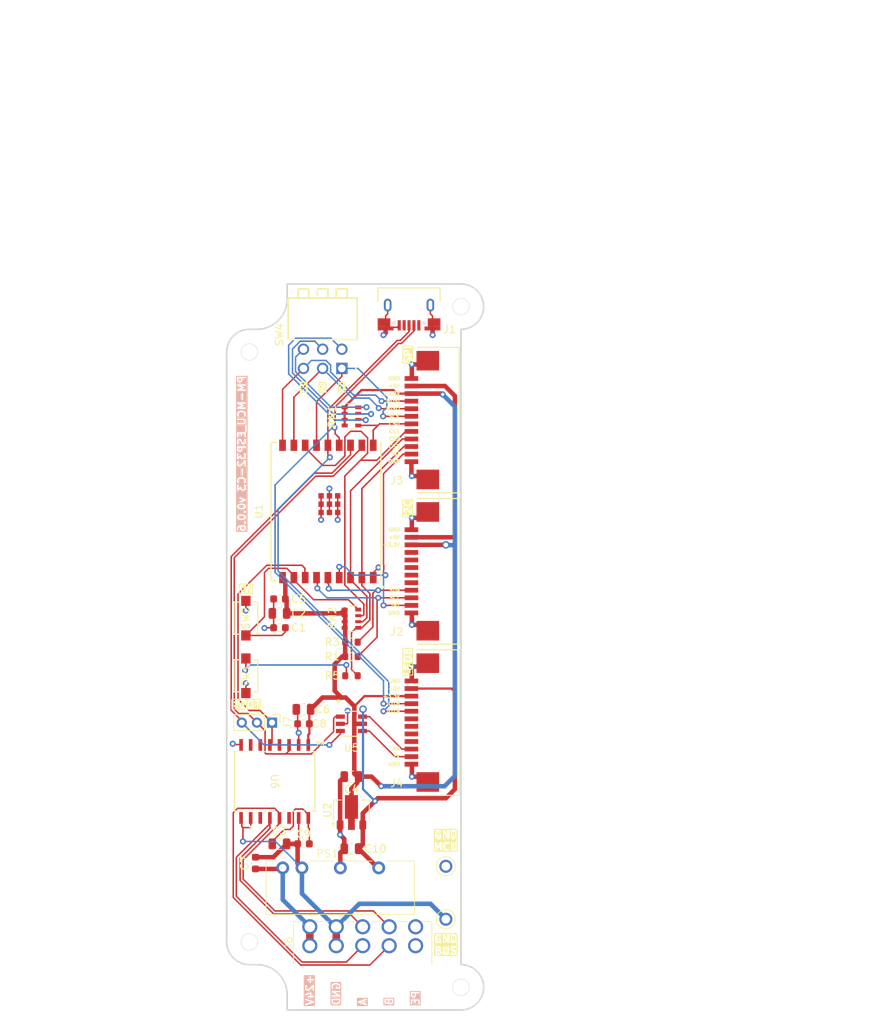
<source format=kicad_pcb>
(kicad_pcb (version 20241229) (generator "pcbnew") (generator_version "9.0")
  (title_block (title "${article} v${version}"))
  (layers (0 "F.Cu" signal) (2 "B.Cu" signal) (13 "F.Paste" user) (15 "B.Paste" user) (5 "F.SilkS" user "F.Silkscreen") (7 "B.SilkS" user "B.Silkscreen") (1 "F.Mask" user) (3 "B.Mask" user) (25 "Edge.Cuts" user))
  (property "article" "PM-MCU_ESP32-C3")
  (property "version" "0.0.6")
  (net 0 "")
  (net 1 "/EN")
  (net 3 "/SCL")
  (net 4 "/SDA")
  (net 5 "/USB_D+")
  (net 6 "/USB_D-")
  (net 7 "GND_MCU")
  (net 8 "+3.3V_MCU")
  (net 9 "/SCK")
  (net 10 "/CS0")
  (net 11 "/MOSI")
  (net 12 "/MISO")
  (net 13 "/CS1")
  (net 16 "/UART_RX")
  (net 17 "/UART_TX")
  (net 18 "/B")
  (net 19 "/A")
  (net 20 "/INT")
  (net 21 "/CS2")
  (net 22 "/CS3")
  (net 23 "GND_BUS")
  (net 25 "/UART_RTS")
  (net 30 "+3.3V_BUS")
  (net 31 "+24V_BUS")
  (net 32 "PE")
  (net 33 "Net-(RN1A-R1.2)")
  (net 34 "Net-(R5-Pad1)")
  (net 36 "+5V_MCU")
  (net 38 "Net-(J4-Pin_3)")
  (net 39 "Net-(J4-Pin_2)")
  (net 44 "Net-(RN1C-R3.2)")
  (net 45 "Net-(RN1B-R2.2)")
  (footprint "kicad_inventree_lib:CONN10_AFA07-S12_JUS" (layer "F.Cu") (at 74 70 90)
    (property "Reference" "J3")
    (property "Value" "AFA07-S12FCC-00")
  )
  (footprint "kicad_inventree_lib:CONN10_AFA07-S12_JUS" (layer "F.Cu") (at 74 90 90)
    (property "Reference" "J2")
    (property "Value" "AFA07-S12FCC-00")
  )
  (footprint "kicad_inventree_lib:SW_TS-1088_XNP-M" (layer "F.Cu") (at 48.54 96.19 -90)
    (property "Reference" "SW2")
    (property "Value" "Button")
  )
  (footprint "kicad_inventree_lib:ESP32-C3-WROOM-02U_EXP" (layer "F.Cu") (at 59.14 82.08 90)
    (property "Reference" "U1")
    (property "Value" "ESP32-C3-WROOM-02U-N4")
  )
  (footprint "Capacitor_SMD:C_0603_1608Metric" (layer "F.Cu") (at 56.16 110.16 180)
    (property "Reference" "C8")
    (property "Value" "100nF")
  )
  (footprint "Capacitor_SMD:C_0603_1608Metric" (layer "F.Cu") (at 52.985 97.46 180)
    (property "Reference" "C1")
    (property "Value" "1uF")
  )
  (footprint "kicad_inventree_lib:DA03BLP" (layer "F.Cu") (at 61.24 63.17 180)
    (property "Reference" "SW4")
    (property "Value" "DIP 3 pos" (hide yes))
  )
  (footprint "Package_TO_SOT_SMD:SOT-89-3" (layer "F.Cu") (at 62.51 121.59 90)
    (property "Reference" "U2")
    (property "Value" "CJA1117B-3.3")
  )
  (footprint "kicad_inventree_lib:CONN5_H83-S1S_XKB" (layer "F.Cu") (at 71.43 57.6518 180)
    (property "Reference" "J1")
    (property "Value" "U254-051T-4BH83-S1S")
    (fp_circle (center 3.299972 0.504008) (end 3.469972 0.504008) (stroke (width 0.1)) (fill no) (layer "Edge.Cuts"))
    (fp_circle (center -0.700028 0.504008) (end -0.530028 0.504008) (stroke (width 0.1)) (fill no) (layer "Edge.Cuts"))
  )
  (footprint "Capacitor_SMD:C_0603_1608Metric" (layer "F.Cu") (at 52.985 93.65 180)
    (property "Reference" "C5")
    (property "Value" "1uF")
  )
  (footprint "Resistor_SMD:R_Array_Convex_4x0603" (layer "F.Cu") (at 62.51 96.26)
    (property "Reference" "RN2")
    (property "Value" "10k")
  )
  (footprint "Capacitor_SMD:C_0805_2012Metric" (layer "F.Cu") (at 62.51 126.67 180)
    (property "Reference" "C10")
    (property "Value" "10uF")
  )
  (footprint "kicad_inventree_lib:SOIC16-WBW_CLG" (layer "F.Cu") (at 52.35 117.78 -90)
    (property "Reference" "U6")
    (property "Value" "CA-IS3098W")
  )
  (footprint "kicad_inventree_lib:CONN10_AFA07-S12_JUS" (layer "F.Cu") (at 74 110 90)
    (property "Reference" "J4")
    (property "Value" "AFA07-S12FCC-00")
  )
  (footprint "kicad_inventree_lib:MountingHole_M2" (layer "F.Cu") (at 49 139)
    (property "Reference" "H2" (hide yes))
    (property "Value" "MountingHole_M2")
    (fp_circle (center 0 0) (end 1.1 0) (stroke (width 0.05)) (fill no) (layer "Edge.Cuts"))
  )
  (footprint "kicad_inventree_lib:15EDGRHC-THR-3.5-10P" (layer "F.Cu") (at 64 137)
    (property "Reference" "J6")
    (property "Value" "15EDGRHC-THR-3.5-10P")
  )
  (footprint "Resistor_SMD:R_0603_1608Metric" (layer "F.Cu") (at 62.51 99.365)
    (property "Reference" "R3")
    (property "Value" "3k3")
  )
  (footprint "Capacitor_SMD:C_0805_2012Metric" (layer "F.Cu") (at 52.985 126.035)
    (property "Reference" "C3")
    (property "Value" "10uF")
  )
  (footprint "kicad_inventree_lib:DBV6-M" (layer "F.Cu") (at 62.51 110.16)
    (property "Reference" "U5")
    (property "Value" "SN74LVC2G14DBVR")
  )
  (footprint "Capacitor_SMD:C_0603_1608Metric" (layer "F.Cu") (at 56.16 126.035 180)
    (property "Reference" "C9")
    (property "Value" "100nF")
  )
  (footprint "Capacitor_SMD:C_0805_2012Metric" (layer "F.Cu") (at 56.16 108.255 180)
    (property "Reference" "C6")
    (property "Value" "10uF")
  )
  (footprint "kicad_inventree_lib:MountingHole_M2" (layer "F.Cu") (at 77 145)
    (property "Reference" "H4" (hide yes))
    (property "Value" "MountingHole_M2")
    (fp_circle (center 0 0) (end 1.1 0) (stroke (width 0.05)) (fill no) (layer "Edge.Cuts"))
  )
  (footprint "kicad_inventree_lib:5117" (layer "F.Cu") (at 75 136)
    (property "Reference" "U4" (hide yes))
    (property "Value" "5117" (hide yes))
  )
  (footprint "Resistor_SMD:R_0603_1608Metric" (layer "F.Cu") (at 62.51 101.27)
    (property "Reference" "R1")
    (property "Value" "3k3")
  )
  (footprint "Capacitor_SMD:C_0805_2012Metric" (layer "F.Cu") (at 62.51 117.145 180)
    (property "Reference" "C4")
    (property "Value" "22uF")
  )
  (footprint "Capacitor_SMD:C_0805_2012Metric" (layer "F.Cu") (at 52.985 95.555 180)
    (property "Reference" "C2")
    (property "Value" "10uF")
  )
  (footprint "kicad_inventree_lib:SW_TS-1088_XNP-M" (layer "F.Cu") (at 48.54 103.81 90)
    (property "Reference" "SW1")
    (property "Value" "Button")
  )
  (footprint "kicad_inventree_lib:B2405LS-1WR3" (layer "F.Cu") (at 61.0368 129.21)
    (property "Reference" "PS1")
    (property "Value" "24V/5V")
  )
  (footprint "Resistor_SMD:R_0603_1608Metric" (layer "F.Cu") (at 62.51 103.81)
    (property "Reference" "R5")
    (property "Value" "330R")
  )
  (footprint "kicad_inventree_lib:MountingHole_M2" (layer "F.Cu") (at 77 55)
    (property "Reference" "H3" (hide yes))
    (property "Value" "MountingHole_M2")
    (fp_circle (center 0 0) (end 1.1 0) (stroke (width 0.05)) (fill no) (layer "Edge.Cuts"))
  )
  (footprint "Resistor_SMD:R_Array_Convex_4x0603" (layer "F.Cu") (at 62.51 69.52)
    (property "Reference" "RN1")
    (property "Value" "10k")
  )
  (footprint "Connector_PinHeader_2.00mm:PinHeader_1x03_P2.00mm_Vertical" (layer "F.Cu") (at 52 110 -90)
    (property "Reference" "J7")
    (property "Value" "PinHeader_01x03_P2.00_THT_straight")
  )
  (footprint "kicad_inventree_lib:MountingHole_M2" (layer "F.Cu") (at 49 61)
    (property "Reference" "H1" (hide yes))
    (property "Value" "MountingHole_M2")
    (fp_circle (center 0 0) (end 1.1 0) (stroke (width 0.05)) (fill no) (layer "Edge.Cuts"))
  )
  (footprint "Capacitor_SMD:C_0603_1608Metric" (layer "F.Cu") (at 49.81 128.575 90)
    (property "Reference" "C7")
    (property "Value" "1uF")
  )
  (footprint "kicad_inventree_lib:5117" (layer "F.Cu") (at 75 129)
    (property "Reference" "U3" (hide yes))
    (property "Value" "5117" (hide yes))
  )
  (gr_arc (start 49 142) (mid 46.87868 141.12132) (end 46 139) (stroke (width 0.2)) (layer "Edge.Cuts"))
  (gr_arc (start 54 54) (mid 52.828427 56.828427) (end 50 58) (stroke (width 0.2)) (layer "Edge.Cuts"))
  (gr_line (start 54 148) (end 54 146) (stroke (width 0.2)) (layer "Edge.Cuts"))
  (gr_line (start 50 58) (end 49 58) (stroke (width 0.2)) (layer "Edge.Cuts"))
  (gr_line (start 50 142) (end 49 142) (stroke (width 0.2)) (layer "Edge.Cuts"))
  (gr_arc (start 46 61) (mid 46.87868 58.87868) (end 49 58) (stroke (width 0.2)) (layer "Edge.Cuts"))
  (gr_arc (start 50 142) (mid 52.828427 143.171573) (end 54 146) (stroke (width 0.2)) (layer "Edge.Cuts"))
  (gr_line (start 54 52) (end 54 54) (stroke (width 0.2)) (layer "Edge.Cuts"))
  (gr_line (start 77 142) (end 77 58) (stroke (width 0.2)) (layer "Edge.Cuts"))
  (gr_arc (start 77 142) (mid 80 145) (end 77 148) (stroke (width 0.2)) (layer "Edge.Cuts"))
  (gr_line (start 46 61) (end 46 139) (stroke (width 0.2)) (layer "Edge.Cuts"))
  (gr_line (start 77 52) (end 54 52) (stroke (width 0.2)) (layer "Edge.Cuts"))
  (gr_line (start 77 148) (end 54 148) (stroke (width 0.2)) (layer "Edge.Cuts"))
  (gr_arc (start 77 52) (mid 80 55) (end 77 58) (stroke (width 0.2)) (layer "Edge.Cuts"))
  (gr_text "CS3" (at 69 73.5 0) (layer "F.SilkS") (effects (font (size 0.5 0.5) (thickness 0.125) (bold yes)) (justify right)))
  (gr_text "SCK" (at 69 69.5 0) (layer "F.SilkS") (effects (font (size 0.5 0.5) (thickness 0.125) (bold yes)) (justify right)))
  (gr_text "INT" (at 69 94.5 0) (layer "F.SilkS") (effects (font (size 0.5 0.5) (thickness 0.125) (bold yes)) (justify right)))
  (gr_text "GND" (at 69 104.5 0) (layer "F.SilkS") (effects (font (size 0.5 0.5) (thickness 0.125) (bold yes)) (justify right)))
  (gr_text "IO19" (at 69 108.5 0) (layer "F.SilkS") (effects (font (size 0.5 0.5) (thickness 0.125) (bold yes)) (justify right)))
  (gr_text "+3.3V" (at 69 106.5 0) (layer "F.SilkS") (effects (font (size 0.5 0.5) (thickness 0.125) (bold yes)) (justify right)))
  (gr_text "LED8" (at 70 100 90) (layer "F.SilkS" knockout) (effects (font (size 1 1) (thickness 0.2) (bold yes)) (justify right)))
  (gr_text "EN" (at 48.54 92.38 0) (layer "F.SilkS" knockout) (effects (font (size 1 1) (thickness 0.2) (bold yes))))
  (gr_text "TX" (at 69 114.5 0) (layer "F.SilkS") (effects (font (size 0.5 0.5) (thickness 0.125) (bold yes)) (justify right)))
  (gr_text "I2C" (at 70 80.376699 90) (layer "F.SilkS" knockout) (effects (font (size 1 1) (thickness 0.2) (bold yes)) (justify right)))
  (gr_text "BOOT" (at 48.54 107.62 0) (layer "F.SilkS" knockout) (effects (font (size 1 1) (thickness 0.2) (bold yes))))
  (gr_text "GND" (at 69 64.5 0) (layer "F.SilkS") (effects (font (size 0.5 0.5) (thickness 0.125) (bold yes)) (justify right)))
  (gr_text "+3.3V" (at 69 86.5 0) (layer "F.SilkS") (effects (font (size 0.5 0.5) (thickness 0.125) (bold yes)) (justify right)))
  (gr_text "CS2" (at 69 72.5 0) (layer "F.SilkS") (effects (font (size 0.5 0.5) (thickness 0.125) (bold yes)) (justify right)))
  (gr_text "GND" (at 69 84.5 0) (layer "F.SilkS") (effects (font (size 0.5 0.5) (thickness 0.125) (bold yes)) (justify right)))
  (gr_text "GND\nMCU" (at 75 127 0) (layer "F.SilkS" knockout) (effects (font (size 1 1) (thickness 0.2)) (justify bottom)))
  (gr_text "4" (at 56.16 65.71 0) (layer "F.SilkS" knockout) (effects (font (size 1 1) (thickness 0.2) (bold yes))))
  (gr_text "GND" (at 69 95.5 0) (layer "F.SilkS") (effects (font (size 0.5 0.5) (thickness 0.125) (bold yes)) (justify right)))
  (gr_text "SDA" (at 69 92.5 0) (layer "F.SilkS") (effects (font (size 0.5 0.5) (thickness 0.125) (bold yes)) (justify right)))
  (gr_text "+5V" (at 69 85.5 0) (layer "F.SilkS") (effects (font (size 0.5 0.5) (thickness 0.125) (bold yes)) (justify right)))
  (gr_text "+3.3V" (at 69 66.5 0) (layer "F.SilkS") (effects (font (size 0.5 0.5) (thickness 0.125) (bold yes)) (justify right)))
  (gr_text "2" (at 58.7 65.71 0) (layer "F.SilkS" knockout) (effects (font (size 1 1) (thickness 0.2) (bold yes))))
  (gr_text "SPI" (at 70 60 90) (layer "F.SilkS" knockout) (effects (font (size 1 1) (thickness 0.2) (bold yes)) (justify right)))
  (gr_text "MISO" (at 69 68.5 0) (layer "F.SilkS") (effects (font (size 0.5 0.5) (thickness 0.125) (bold yes)) (justify right)))
  (gr_text "GND\nBUS" (at 75 138 0) (layer "F.SilkS" knockout) (effects (font (size 1 1) (thickness 0.2)) (justify top)))
  (gr_text "MOSI" (at 69 67.5 0) (layer "F.SilkS") (effects (font (size 0.5 0.5) (thickness 0.125) (bold yes)) (justify right)))
  (gr_text "IO18" (at 69 107.5 0) (layer "F.SilkS") (effects (font (size 0.5 0.5) (thickness 0.125) (bold yes)) (justify right)))
  (gr_text "SCL" (at 69 93.5 0) (layer "F.SilkS") (effects (font (size 0.5 0.5) (thickness 0.125) (bold yes)) (justify right)))
  (gr_text "INT" (at 69 74.5 0) (layer "F.SilkS") (effects (font (size 0.5 0.5) (thickness 0.125) (bold yes)) (justify right)))
  (gr_text "+5V" (at 69 105.5 0) (layer "F.SilkS") (effects (font (size 0.5 0.5) (thickness 0.125) (bold yes)) (justify right)))
  (gr_text "CS0" (at 69 70.5 0) (layer "F.SilkS") (effects (font (size 0.5 0.5) (thickness 0.125) (bold yes)) (justify right)))
  (gr_text "GND" (at 69 115.5 0) (layer "F.SilkS") (effects (font (size 0.5 0.5) (thickness 0.125) (bold yes)) (justify right)))
  (gr_text "CS1" (at 69 71.5 0) (layer "F.SilkS") (effects (font (size 0.5 0.5) (thickness 0.125) (bold yes)) (justify right)))
  (gr_text "+5V" (at 69 65.5 0) (layer "F.SilkS") (effects (font (size 0.5 0.5) (thickness 0.125) (bold yes)) (justify right)))
  (gr_text "GND" (at 69 75.5 0) (layer "F.SilkS") (effects (font (size 0.5 0.5) (thickness 0.125) (bold yes)) (justify right)))
  (gr_text "RX" (at 69 113.5 0) (layer "F.SilkS") (effects (font (size 0.5 0.5) (thickness 0.125) (bold yes)) (justify right)))
  (gr_text "1" (at 61.24 65.71 0) (layer "F.SilkS" knockout) (effects (font (size 1 1) (thickness 0.2) (bold yes))))
  (gr_text "B" (at 67.5 147.5 90) (layer "B.SilkS" knockout) (effects (font (size 1 1) (thickness 0.2) (bold yes)) (justify right mirror)))
  (gr_text "PE" (at 71 147.5 90) (layer "B.SilkS" knockout) (effects (font (size 1 1) (thickness 0.2) (bold yes)) (justify right mirror)))
  (gr_text "${article} v${version}" (at 48 64 90) (layer "B.SilkS" knockout) (effects (font (size 1 1) (thickness 0.2) (bold yes)) (justify left mirror)))
  (gr_text "GND" (at 60.5 147.5 90) (layer "B.SilkS" knockout) (effects (font (size 1 1) (thickness 0.2) (bold yes)) (justify right mirror)))
  (gr_text "+24V" (at 57 147.5 90) (layer "B.SilkS" knockout) (effects (font (size 1 1) (thickness 0.2) (bold yes)) (justify right mirror)))
  (gr_text "A" (at 64 147.5 90) (layer "B.SilkS" knockout) (effects (font (size 1 1) (thickness 0.2) (bold yes)) (justify right mirror)))
  (segment (start 53.76 98.0119) (end 53.2959 98.476) (width 0.2) (layer "F.Cu") (net 1))
  (segment (start 56.25 92.5) (end 56.25 92.494799) (width 0.2) (layer "F.Cu") (net 1))
  (segment (start 53.953802 89.6) (end 54.890001 90.536199) (width 0.2) (layer "F.Cu") (net 1))
  (segment (start 48.54 98.476) (end 51 96.016) (width 0.2) (layer "F.Cu") (net 1))
  (segment (start 63.41 95.06) (end 62.1 93.75) (width 0.2) (layer "F.Cu") (net 1))
  (segment (start 51.55 89.6) (end 53.953802 89.6) (width 0.2) (layer "F.Cu") (net 1))
  (segment (start 54.890001 90.536199) (end 54.890001 90.83) (width 0.2) (layer "F.Cu") (net 1))
  (segment (start 54.890001 91.1348) (end 54.890001 90.83) (width 0.2) (layer "F.Cu") (net 1))
  (segment (start 53.76 97.46) (end 53.76 98.0119) (width 0.2) (layer "F.Cu") (net 1))
  (segment (start 62.1 93.75) (end 57.5 93.75) (width 0.2) (layer "F.Cu") (net 1))
  (segment (start 51 96.016) (end 51 90.15) (width 0.2) (layer "F.Cu") (net 1))
  (segment (start 56.25 92.494799) (end 54.890001 91.1348) (width 0.2) (layer "F.Cu") (net 1))
  (segment (start 57.5 93.75) (end 56.25 92.5) (width 0.2) (layer "F.Cu") (net 1))
  (segment (start 51 90.15) (end 51.55 89.6) (width 0.2) (layer "F.Cu") (net 1))
  (segment (start 53.2959 98.476) (end 48.54 98.476) (width 0.2) (layer "F.Cu") (net 1))
  (segment (start 71.2632 93.5) (end 70.444 93.5) (width 0.2) (layer "F.Cu") (net 3))
  (segment (start 65.9 93.6) (end 65.9 98.705) (width 0.2) (layer "F.Cu") (net 3))
  (segment (start 68.240604 93.499996) (end 70.444 93.499996) (width 0.2) (layer "F.Cu") (net 3))
  (segment (start 68.2406 93.5) (end 68.240604 93.499996) (width 0.2) (layer "F.Cu") (net 3))
  (segment (start 66 93.5) (end 65.9 93.6) (width 0.2) (layer "F.Cu") (net 3))
  (segment (start 66.05 93.5) (end 68.2406 93.5) (width 0.2) (layer "F.Cu") (net 3))
  (segment (start 58 92.25) (end 58 90.94) (width 0.2) (layer "F.Cu") (net 3))
  (segment (start 66.05 93.5) (end 66 93.5) (width 0.2) (layer "F.Cu") (net 3))
  (segment (start 58 90.94) (end 57.89 90.83) (width 0.2) (layer "F.Cu") (net 3))
  (segment (start 65.9 98.705) (end 63.335 101.27) (width 0.2) (layer "F.Cu") (net 3))
  (via (at 58 92.25) (size 0.8) (drill 0.4) (layers "F.Cu" "B.Cu") (net 3))
  (via (at 66.05 93.5) (size 0.8) (drill 0.4) (layers "F.Cu" "B.Cu") (net 3))
  (segment (start 59.25 93.5) (end 58 92.25) (width 0.2) (layer "B.Cu") (net 3))
  (segment (start 66.05 93.5) (end 59.25 93.5) (width 0.2) (layer "B.Cu") (net 3))
  (segment (start 66.05 92.499998) (end 70.444 92.499998) (width 0.2) (layer "F.Cu") (net 4))
  (segment (start 65.349 92.901) (end 65.349 97.351) (width 0.2) (layer "F.Cu") (net 4))
  (segment (start 59.39 91.59) (end 59.39 90.83) (width 0.2) (layer "F.Cu") (net 4))
  (segment (start 59.5 91.7) (end 59.39 91.59) (width 0.2) (layer "F.Cu") (net 4))
  (segment (start 65.349 97.351) (end 63.335 99.365) (width 0.2) (layer "F.Cu") (net 4))
  (segment (start 65.750002 92.499998) (end 65.349 92.901) (width 0.2) (layer "F.Cu") (net 4))
  (segment (start 59.5 92.291) (end 59.5 91.7) (width 0.2) (layer "F.Cu") (net 4))
  (segment (start 66.05 92.499998) (end 65.750002 92.499998) (width 0.2) (layer "F.Cu") (net 4))
  (via (at 59.5 92.291) (size 0.8) (drill 0.4) (layers "F.Cu" "B.Cu") (net 4))
  (via (at 66.05 92.499998) (size 0.8) (drill 0.4) (layers "F.Cu" "B.Cu") (net 4))
  (segment (start 59.708998 92.499998) (end 59.5 92.291) (width 0.2) (layer "B.Cu") (net 4))
  (segment (start 66.05 92.499998) (end 59.708998 92.499998) (width 0.2) (layer "B.Cu") (net 4))
  (segment (start 68.96315 59.468) (end 68.567314 59.468) (width 0.2) (layer "F.Cu") (net 5))
  (segment (start 70.130028 57.472908) (end 70.130028 58.301122) (width 0.2) (layer "F.Cu") (net 5))
  (segment (start 68.567314 59.468) (end 59.39 68.645314) (width 0.2) (layer "F.Cu") (net 5))
  (segment (start 59.39 68.645314) (end 59.39 73.33) (width 0.2) (layer "F.Cu") (net 5))
  (segment (start 66.75 108.500005) (end 70.443995 108.500005) (width 0.2) (layer "F.Cu") (net 5))
  (segment (start 70.130028 58.301122) (end 68.96315 59.468) (width 0.2) (layer "F.Cu") (net 5))
  (segment (start 59.39 74.6646) (end 59.6517 74.9263) (width 0.2) (layer "F.Cu") (net 5))
  (segment (start 59.39 73.33) (end 59.39 74.6646) (width 0.2) (layer "F.Cu") (net 5))
  (segment (start 70.443995 108.500005) (end 70.444 108.5) (width 0.2) (layer "F.Cu") (net 5))
  (via (at 66.75 108.500005) (size 0.8) (drill 0.4) (layers "F.Cu" "B.Cu") (net 5))
  (via (at 59.6517 74.9263) (size 0.8) (drill 0.4) (layers "F.Cu" "B.Cu") (net 5))
  (segment (start 52.8031 89.953811) (end 52.8031 81.7749) (width 0.2) (layer "B.Cu") (net 5))
  (segment (start 67.45 104.600711) (end 52.8031 89.953811) (width 0.2) (layer "B.Cu") (net 5))
  (segment (start 52.8031 81.7749) (end 59.6517 74.9263) (width 0.2) (layer "B.Cu") (net 5))
  (segment (start 67.45 107.789952) (end 67.45 104.600711) (width 0.2) (layer "B.Cu") (net 5))
  (segment (start 66.75 108.500005) (end 66.75 108.489952) (width 0.2) (layer "B.Cu") (net 5))
  (segment (start 66.75 108.489952) (end 67.45 107.789952) (width 0.2) (layer "B.Cu") (net 5))
  (segment (start 60.351 71.806) (end 60.89 72.345) (width 0.2) (layer "F.Cu") (net 6))
  (segment (start 70.780014 58.216822) (end 69.128836 59.868) (width 0.2) (layer "F.Cu") (net 6))
  (segment (start 69.128836 59.868) (end 68.733 59.868) (width 0.2) (layer "F.Cu") (net 6))
  (segment (start 68.733 59.868) (end 60.351 68.25) (width 0.2) (layer "F.Cu") (net 6))
  (segment (start 66.75 107.500002) (end 70.444 107.500002) (width 0.2) (layer "F.Cu") (net 6))
  (segment (start 70.780014 57.472908) (end 70.780014 58.216822) (width 0.2) (layer "F.Cu") (net 6))
  (segment (start 60.351 68.25) (end 60.351 71.806) (width 0.2) (layer "F.Cu") (net 6))
  (segment (start 60.272725 71.059125) (end 60.351 71.1374) (width 0.2) (layer "F.Cu") (net 6))
  (segment (start 60.272725 70.995275) (end 60.272725 71.059125) (width 0.2) (layer "F.Cu") (net 6))
  (segment (start 60.89 72.345) (end 60.89 73.33) (width 0.2) (layer "F.Cu") (net 6))
  (via (at 60.272725 70.995275) (size 0.8) (drill 0.4) (layers "F.Cu" "B.Cu") (net 6))
  (via (at 66.75 107.500002) (size 0.8) (drill 0.4) (layers "F.Cu" "B.Cu") (net 6))
  (segment (start 59.987925 70.995275) (end 60.272725 70.995275) (width 0.2) (layer "B.Cu") (net 6))
  (segment (start 66.75 104.466397) (end 52.507098 90.223495) (width 0.2) (layer "B.Cu") (net 6))
  (segment (start 52.4031 78.5801) (end 59.987925 70.995275) (width 0.2) (layer "B.Cu") (net 6))
  (segment (start 66.75 107.500002) (end 66.75 104.466397) (width 0.2) (layer "B.Cu") (net 6))
  (segment (start 52.507098 90.223495) (end 52.4031 90.1195) (width 0.2) (layer "B.Cu") (net 6))
  (segment (start 52.4031 90.1195) (end 52.4031 78.5801) (width 0.2) (layer "B.Cu") (net 6))
  (segment (start 59.59 81.12) (end 59.59 80.02) (width 0.2) (layer "F.Cu") (net 7))
  (segment (start 61.01 124.83) (end 61.01 123.54) (width 0.6) (layer "F.Cu") (net 7))
  (segment (start 70.5003 95.556292) (end 70.444 95.499992) (width 0.6) (layer "F.Cu") (net 7))
  (segment (start 71.836698 97.0727) (end 72.614001 97.850003) (width 0.6) (layer "F.Cu") (net 7))
  (segment (start 70.444 75.499992) (end 70.444 77.3422) (width 0.6) (layer "F.Cu") (net 7))
  (segment (start 52.21 97.46) (end 51.04 97.46) (width 0.2) (layer "F.Cu") (net 7))
  (segment (start 46.9032 112.9032) (end 47.905 112.9032) (width 0.2) (layer "F.Cu") (net 7))
  (segment (start 55.385 109.525) (end 55.385 107.62) (width 0.2) (layer "F.Cu") (net 7))
  (segment (start 70.5119 117.152) (end 70.5119 115.567892) (width 0.6) (layer "F.Cu") (net 7))
  (segment (start 61.01 117.695) (end 61.01 123.54) (width 0.6) (layer "F.Cu") (net 7))
  (segment (start 61.56 128.6868) (end 61.0368 129.21) (width 0.2) (layer "F.Cu") (net 7))
  (segment (start 61.0368 127.1932) (end 61.56 126.67) (width 0.6) (layer "F.Cu") (net 7))
  (segment (start 72.159098 77.3951) (end 72.614001 77.850003) (width 0.6) (layer "F.Cu") (net 7))
  (segment (start 60.69 83.1897) (end 60.69 82.22) (width 0.2) (layer "F.Cu") (net 7))
  (segment (start 67.305 55.9495) (end 67.03 56.2245) (width 0.2) (layer "F.Cu") (net 7))
  (segment (start 58.49 83.1898) (end 58.49 82.22) (width 0.2) (layer "F.Cu") (net 7))
  (segment (start 48.54 95.1876) (end 48.54 93.904) (width 0.2) (layer "F.Cu") (net 7))
  (segment (start 51.04 97.46) (end 51 97.5) (width 0.2) (layer "F.Cu") (net 7))
  (segment (start 67.463364 57.733158) (end 66.815481 57.085275) (width 0.2) (layer "F.Cu") (net 7))
  (segment (start 73.25 58.75) (end 73.25 57.279846) (width 0.6) (layer "F.Cu") (net 7))
  (segment (start 52.21 95.555) (end 52.21 93.65) (width 0.2) (layer "F.Cu") (net 7))
  (segment (start 61.0432 110.16) (end 61.9355 110.16) (width 0.2) (layer "F.Cu") (net 7))
  (segment (start 58.49 82.22) (end 58.49 81.12) (width 0.2) (layer "F.Cu") (net 7))
  (segment (start 61.735 117.285) (end 61.735 117.145) (width 0.2) (layer "F.Cu") (net 7))
  (segment (start 46.8 112.8) (end 46.9032 112.9032) (width 0.2) (layer "F.Cu") (net 7))
  (segment (start 70.4969 62.6418) (end 70.4969 64.447108) (width 0.6) (layer "F.Cu") (net 7))
  (segment (start 60.69 81.12) (end 60.69 80.02) (width 0.2) (layer "F.Cu") (net 7))
  (segment (start 70.5119 115.567892) (end 70.444 115.499992) (width 0.6) (layer "F.Cu") (net 7))
  (segment (start 70.444 102.6579) (end 70.4969 102.605) (width 0.2) (layer "F.Cu") (net 7))
  (segment (start 70.444 77.3422) (end 70.4969 77.3951) (width 0.6) (layer "F.Cu") (net 7))
  (segment (start 72.122198 62.6418) (end 72.614001 62.149997) (width 0.6) (layer "F.Cu") (net 7))
  (segment (start 70.4969 102.605) (end 72.158998 102.605) (width 0.6) (layer "F.Cu") (net 7))
  (segment (start 70.4969 77.3951) (end 72.159098 77.3951) (width 0.6) (layer "F.Cu") (net 7))
  (segment (start 55.525 112.903) (end 55.525 112.9032) (width 0.2) (layer "F.Cu") (net 7))
  (segment (start 70.5003 82.9257) (end 71.838298 82.9257) (width 0.6) (layer "F.Cu") (net 7))
  (segment (start 70.444 62.6947) (end 70.4969 62.6418) (width 0.2) (layer "F.Cu") (net 7))
  (segment (start 70.4969 104.447108) (end 70.444 104.500008) (width 0.6) (layer "F.Cu") (net 7))
  (segment (start 61.56 117.145) (end 61.01 117.695) (width 0.6) (layer "F.Cu") (net 7))
  (segment (start 61.9355 110.16) (end 61.996 110.1) (width 0.2) (layer "F.Cu") (net 7))
  (segment (start 48.54 104.812) (end 48.54 106.096) (width 0.2) (layer "F.Cu") (net 7))
  (segment (start 70.5003 82.9257) (end 70.5003 84.443708) (width 0.6) (layer "F.Cu") (net 7))
  (segment (start 66.75 58.7579) (end 67.030031 58.477869) (width 0.6) (layer "F.Cu") (net 7))
  (segment (start 61.0368 129.21) (end 61.0368 127.1932) (width 0.6) (layer "F.Cu") (net 7))
  (segment (start 71.838298 82.9257) (end 72.614001 82.149997) (width 0.6) (layer "F.Cu") (net 7))
  (segment (start 59.59 80.02) (end 59.59 79.0624) (width 0.2) (layer "F.Cu") (net 7))
  (segment (start 67.03 56.2245) (end 67.03 57.3478) (width 0.2) (layer "F.Cu") (net 7))
  (segment (start 68.569806 57.733158) (end 67.463364 57.733158) (width 0.2) (layer "F.Cu") (net 7))
  (segment (start 70.5003 97.0727) (end 71.836698 97.0727) (width 0.6) (layer "F.Cu") (net 7))
  (segment (start 55.525 111.355) (end 55.525 112.903) (width 0.2) (layer "F.Cu") (net 7))
  (segment (start 70.5003 84.443708) (end 70.444 84.500008) (width 0.6) (layer "F.Cu") (net 7))
  (segment (start 61.56 126.67) (end 61.56 125.38) (width 0.6) (layer "F.Cu") (net 7))
  (segment (start 70.5119 117.152) (end 71.915998 117.152) (width 0.6) (layer "F.Cu") (net 7))
  (segment (start 59.59 82.22) (end 59.59 81.12) (width 0.2) (layer "F.Cu") (net 7))
  (segment (start 68.830056 57.472908) (end 68.569806 57.733158) (width 0.2) (layer "F.Cu") (net 7))
  (segment (start 73.23 56.2245) (end 73.23 57.3478) (width 0.2) (layer "F.Cu") (net 7))
  (segment (start 72.955 54.7978) (end 72.955 55.9495) (width 0.2) (layer "F.Cu") (net 7))
  (segment (start 72.158998 102.605) (end 72.614001 102.149997) (width 0.6) (layer "F.Cu") (net 7))
  (segment (start 72.955 55.9495) (end 73.23 56.2245) (width 0.2) (layer "F.Cu") (net 7))
  (segment (start 73.25 57.279846) (end 73.444579 57.085267) (width 0.6) (layer "F.Cu") (net 7))
  (segment (start 65.39 90.83) (end 65.39 90.1818) (width 0.2) (layer "F.Cu") (net 7))
  (segment (start 52.21 97.46) (end 52.21 95.555) (width 0.2) (layer "F.Cu") (net 7))
  (segment (start 67.030031 58.477869) (end 67.030031 57.885379) (width 0.6) (layer "F.Cu") (net 7))
  (segment (start 55.385 111.215) (end 55.385 109.525) (width 0.2) (layer "F.Cu") (net 7))
  (segment (start 58.49 81.12) (end 58.49 80.02) (width 0.2) (layer "F.Cu") (net 7))
  (segment (start 60.69 82.22) (end 60.69 81.12) (width 0.2) (layer "F.Cu") (net 7))
  (segment (start 70.444 82.982) (end 70.5003 82.9257) (width 0.2) (layer "F.Cu") (net 7))
  (segment (start 70.4969 102.605) (end 70.4969 104.447108) (width 0.6) (layer "F.Cu") (net 7))
  (segment (start 71.915998 117.152) (end 72.614001 117.850003) (width 0.6) (layer "F.Cu") (net 7))
  (segment (start 70.4969 62.6418) (end 72.122198 62.6418) (width 0.6) (layer "F.Cu") (net 7))
  (segment (start 72.068903 77.3951) (end 72.614001 76.850002) (width 0.2) (layer "F.Cu") (net 7))
  (segment (start 61.56 125.38) (end 61.01 124.83) (width 0.6) (layer "F.Cu") (net 7))
  (segment (start 70.5003 97.0727) (end 70.591 97.0727) (width 0.2) (layer "F.Cu") (net 7))
  (segment (start 61.996 110.1) (end 61.996 108.434) (width 0.2) (layer "F.Cu") (net 7))
  (segment (start 65.39 90.1818) (end 66.0883 89.4835) (width 0.2) (layer "F.Cu") (net 7))
  (segment (start 55.525 111.355) (end 55.385 111.215) (width 0.2) (layer "F.Cu") (net 7))
  (segment (start 70.5003 97.0727) (end 70.5003 95.556292) (width 0.6) (layer "F.Cu") (net 7))
  (segment (start 67.305 54.7978) (end 67.305 55.9495) (width 0.2) (layer "F.Cu") (net 7))
  (segment (start 70.4969 64.447108) (end 70.444 64.500008) (width 0.6) (layer "F.Cu") (net 7))
  (via (at 70.4969 62.6418) (size 0.8) (drill 0.4) (layers "F.Cu" "B.Cu") (net 7))
  (via (at 51 97.5) (size 0.8) (drill 0.4) (layers "F.Cu" "B.Cu") (net 7))
  (via (at 59.59 79.0624) (size 0.8) (drill 0.4) (layers "F.Cu" "B.Cu") (net 7))
  (via (at 70.4969 102.605) (size 0.8) (drill 0.4) (layers "F.Cu" "B.Cu") (net 7))
  (via (at 46.8 112.8) (size 0.8) (drill 0.4) (layers "F.Cu" "B.Cu") (net 7))
  (via (at 48.54 104.812) (size 0.8) (drill 0.4) (layers "F.Cu" "B.Cu") (net 7))
  (via (at 70.4969 77.3951) (size 0.8) (drill 0.4) (layers "F.Cu" "B.Cu") (net 7))
  (via (at 70.5003 82.9257) (size 0.8) (drill 0.4) (layers "F.Cu" "B.Cu") (net 7))
  (via (at 60.69 83.1897) (size 0.8) (drill 0.4) (layers "F.Cu" "B.Cu") (net 7))
  (via (at 61.01 124.83) (size 0.8) (drill 0.4) (layers "F.Cu" "B.Cu") (net 7))
  (via (at 48.54 95.1876) (size 0.8) (drill 0.4) (layers "F.Cu" "B.Cu") (net 7))
  (via (at 66.0883 89.4835) (size 0.8) (drill 0.4) (layers "F.Cu" "B.Cu") (net 7))
  (via (at 55.525 111.355) (size 0.8) (drill 0.4) (layers "F.Cu" "B.Cu") (net 7))
  (via (at 66.75 58.7579) (size 0.8) (drill 0.4) (layers "F.Cu" "B.Cu") (net 7))
  (via (at 58.49 83.1898) (size 0.8) (drill 0.4) (layers "F.Cu" "B.Cu") (net 7))
  (via (at 70.5003 97.0727) (size 0.8) (drill 0.4) (layers "F.Cu" "B.Cu") (net 7))
  (via (at 73.25 58.75) (size 0.8) (drill 0.4) (layers "F.Cu" "B.Cu") (net 7))
  (via (at 61.996 108.434) (size 0.8) (drill 0.4) (layers "F.Cu" "B.Cu") (net 7))
  (via (at 70.5119 117.152) (size 0.8) (drill 0.4) (layers "F.Cu" "B.Cu") (net 7))
  (segment (start 53.935 93.825) (end 53.76 93.65) (width 0.6) (layer "F.Cu") (net 8))
  (segment (start 61.685 101.27) (end 61.685 99.365) (width 0.6) (layer "F.Cu") (net 8))
  (segment (start 63.8352 66.0358) (end 61.61 68.261) (width 0.3) (layer "F.Cu") (net 8))
  (segment (start 56.795 111.624) (end 56.935 111.484) (width 0.3) (layer "F.Cu") (net 8))
  (segment (start 60.293 102.262) (end 61.285 101.27) (width 0.6) (layer "F.Cu") (net 8))
  (segment (start 53.935 95.555) (end 53.935 93.825) (width 0.6) (layer "F.Cu") (net 8))
  (segment (start 62.8863 109.989399) (end 62.8863 108.816493) (width 0.6) (layer "F.Cu") (net 8))
  (segment (start 60.293 105.648) (end 60.293 102.262) (width 0.6) (layer "F.Cu") (net 8))
  (segment (start 56.935 109.525) (end 56.935 107.62) (width 0.3) (layer "F.Cu") (net 8))
  (segment (start 70.444 66.500004) (end 74.476004 66.500004) (width 0.6) (layer "F.Cu") (net 8))
  (segment (start 63.056901 110.16) (end 62.8863 110.330601) (width 0.6) (layer "F.Cu") (net 8))
  (segment (start 74.999993 86.5) (end 75 86.500007) (width 0.6) (layer "F.Cu") (net 8))
  (segment (start 74.476004 66.500004) (end 74.575 66.599) (width 0.6) (layer "F.Cu") (net 8))
  (segment (start 63.46 117.145) (end 65.177 117.145) (width 0.6) (layer "F.Cu") (net 8))
  (segment (start 61.61 68.261) (end 61.61 68.32) (width 0.3) (layer "F.Cu") (net 8))
  (segment (start 70.444 66.5) (end 68.5203 66.5) (width 0.3) (layer "F.Cu") (net 8))
  (segment (start 62.8863 108.816493) (end 62.896 108.806793) (width 0.6) (layer "F.Cu") (net 8))
  (segment (start 62.8863 116.7463) (end 63.285 117.145) (width 0.6) (layer "F.Cu") (net 8))
  (segment (start 68.5203 66.5) (end 68.0561 66.0358) (width 0.3) (layer "F.Cu") (net 8))
  (segment (start 62.896 107.845238) (end 61.740762 106.69) (width 0.6) (layer "F.Cu") (net 8))
  (segment (start 63.285 117.145) (end 63.0347 116.895) (width 0.3) (layer "F.Cu") (net 8))
  (segment (start 60.293 105.793492) (end 60.293 105.648) (width 0.6) (layer "F.Cu") (net 8))
  (segment (start 57.11 108.255) (end 58.675 106.69) (width 0.6) (layer "F.Cu") (net 8))
  (segment (start 61.61 99.29) (end 61.685 99.365) (width 0.3) (layer "F.Cu") (net 8))
  (segment (start 61.115 95.555) (end 61.61 95.06) (width 0.6) (layer "F.Cu") (net 8))
  (segment (start 53.76 91.199998) (end 53.390002 90.83) (width 0.6) (layer "F.Cu") (net 8))
  (segment (start 58.675 106.69) (end 61.189508 106.69) (width 0.6) (layer "F.Cu") (net 8))
  (segment (start 65.177 117.145) (end 66.447 118.415) (width 0.6) (layer "F.Cu") (net 8))
  (segment (start 63.97685 110.16) (end 63.056901 110.16) (width 0.6) (layer "F.Cu") (net 8))
  (segment (start 61.61 68.32) (end 61.61 70.72) (width 0.3) (layer "F.Cu") (net 8))
  (segment (start 62.8863 110.330601) (end 62.8863 110.4) (width 0.6) (layer "F.Cu") (net 8))
  (segment (start 62.51 123.4525) (end 62.51 118.725793) (width 0.6) (layer "F.Cu") (net 8))
  (segment (start 68.0561 66.0358) (end 63.8352 66.0358) (width 0.3) (layer "F.Cu") (net 8))
  (segment (start 56.795 112.903) (end 56.795 111.624) (width 0.3) (layer "F.Cu") (net 8))
  (segment (start 61.685 99.365) (end 61.685 95.135) (width 0.6) (layer "F.Cu") (net 8))
  (segment (start 64.241234 106.500004) (end 62.896 107.845238) (width 0.3) (layer "F.Cu") (net 8))
  (segment (start 70.444004 86.5) (end 74.999993 86.5) (width 0.6) (layer "F.Cu") (net 8))
  (segment (start 70.444 106.500004) (end 64.241234 106.500004) (width 0.3) (layer "F.Cu") (net 8))
  (segment (start 70.444 86.500004) (end 70.444004 86.5) (width 0.6) (layer "F.Cu") (net 8))
  (segment (start 62.51 118.725793) (end 63.285 117.950793) (width 0.6) (layer "F.Cu") (net 8))
  (segment (start 56.795 112.903) (end 56.795 112.9032) (width 0.3) (layer "F.Cu") (net 8))
  (segment (start 56.935 111.484) (end 56.935 109.525) (width 0.3) (layer "F.Cu") (net 8))
  (segment (start 62.896 108.806793) (end 62.896 107.845238) (width 0.6) (layer "F.Cu") (net 8))
  (segment (start 61.740762 106.69) (end 61.189508 106.69) (width 0.6) (layer "F.Cu") (net 8))
  (segment (start 62.8863 109.989399) (end 62.8863 110.4) (width 0.6) (layer "F.Cu") (net 8))
  (segment (start 62.8863 110.4) (end 62.8863 116.7463) (width 0.6) (layer "F.Cu") (net 8))
  (segment (start 61.285 101.27) (end 61.685 101.27) (width 0.6) (layer "F.Cu") (net 8))
  (segment (start 53.935 95.555) (end 61.115 95.555) (width 0.6) (layer "F.Cu") (net 8))
  (segment (start 63.285 117.950793) (end 63.285 117.145) (width 0.6) (layer "F.Cu") (net 8))
  (segment (start 62.51 123.452) (end 62.51 123.4525) (width 0.3) (layer "F.Cu") (net 8))
  (segment (start 61.189508 106.69) (end 60.293 105.793492) (width 0.6) (layer "F.Cu") (net 8))
  (segment (start 53.76 93.65) (end 53.76 91.199998) (width 0.6) (layer "F.Cu") (net 8))
  (segment (start 61.685 95.135) (end 61.61 95.06) (width 0.6) (layer "F.Cu") (net 8))
  (via (at 74.588 66.612) (size 0.8) (drill 0.4) (layers "F.Cu" "B.Cu") (net 8))
  (via (at 75 86.500007) (size 1) (drill 0.6) (layers "F.Cu" "B.Cu") (net 8))
  (via (at 66.447 118.415) (size 0.8) (drill 0.4) (layers "F.Cu" "B.Cu") (net 8))
  (segment (start 76.2 86.738) (end 76.2 68.224) (width 0.6) (layer "B.Cu") (net 8))
  (segment (start 75.037993 86.538) (end 75.238 86.538) (width 0.3) (layer "B.Cu") (net 8))
  (segment (start 76 86.538) (end 76.2 86.738) (width 0.6) (layer "B.Cu") (net 8))
  (segment (start 76.2 117.044) (end 76.2 86.738) (width 0.6) (layer "B.Cu") (net 8))
  (segment (start 66.447 118.415) (end 74.829 118.415) (width 0.6) (layer "B.Cu") (net 8))
  (segment (start 76.2 68.224) (end 74.588 66.612) (width 0.6) (layer "B.Cu") (net 8))
  (segment (start 75.037993 86.538) (end 76 86.538) (width 0.6) (layer "B.Cu") (net 8))
  (segment (start 74.588 66.612) (end 74.575 66.599) (width 0.6) (layer "B.Cu") (net 8))
  (segment (start 74.829 118.415) (end 76.2 117.044) (width 0.6) (layer "B.Cu") (net 8))
  (segment (start 75 86.500007) (end 75.037993 86.538) (width 0.6) (layer "B.Cu") (net 8))
  (segment (start 57.89 67.5717) (end 57.89 73.33) (width 0.2) (layer "F.Cu") (net 9))
  (segment (start 61.24 63.17) (end 61.24 64.2217) (width 0.2) (layer "F.Cu") (net 9))
  (segment (start 61.24 64.2217) (end 57.89 67.5717) (width 0.2) (layer "F.Cu") (net 9))
  (segment (start 66.7 69.5) (end 70.444 69.5) (width 0.2) (layer "F.Cu") (net 9))
  (via (at 66.7 69.5) (size 0.8) (drill 0.4) (layers "F.Cu" "B.Cu") (net 9))
  (segment (start 67.2 68.316) (end 67.2 67) (width 0.2) (layer "B.Cu") (net 9))
  (segment (start 67.2 67) (end 63.37 63.17) (width 0.2) (layer "B.Cu") (net 9))
  (segment (start 63.37 63.17) (end 61.24 63.17) (width 0.2) (layer "B.Cu") (net 9))
  (segment (start 66.7 68.816) (end 67.2 68.316) (width 0.2) (layer "B.Cu") (net 9))
  (segment (start 66.7 69.5) (end 66.7 68.816) (width 0.2) (layer "B.Cu") (net 9))
  (segment (start 65.39 73.33) (end 65.39 71.3308) (width 0.2) (layer "F.Cu") (net 10))
  (segment (start 65.389998 73.33) (end 65.389998 73.6348) (width 0.2) (layer "F.Cu") (net 10))
  (segment (start 66.0208 70.7) (end 65.39 71.3308) (width 0.2) (layer "F.Cu") (net 10))
  (segment (start 63.43 70.7) (end 66.0208 70.7) (width 0.2) (layer "F.Cu") (net 10))
  (segment (start 63.41 70.72) (end 63.43 70.7) (width 0.2) (layer "F.Cu") (net 10))
  (segment (start 65.39 71.3308) (end 65.8208 70.9) (width 0.2) (layer "F.Cu") (net 10))
  (segment (start 70.444 70.5) (end 66.2208 70.5) (width 0.2) (layer "F.Cu") (net 10))
  (segment (start 66.2208 70.5) (end 65.8208 70.9) (width 0.2) (layer "F.Cu") (net 10))
  (segment (start 69.2406 67.5) (end 70.444 67.5) (width 0.2) (layer "F.Cu") (net 11))
  (segment (start 69.2286 67.488) (end 69.2406 67.5) (width 0.2) (layer "F.Cu") (net 11))
  (segment (start 66.5 67.488) (end 69.2286 67.488) (width 0.2) (layer "F.Cu") (net 11))
  (segment (start 56.16 63.17) (end 53.39 65.94) (width 0.2) (layer "F.Cu") (net 11))
  (segment (start 53.39 65.94) (end 53.39 73.33) (width 0.2) (layer "F.Cu") (net 11))
  (via (at 66.5 67.488) (size 0.8) (drill 0.4) (layers "F.Cu" "B.Cu") (net 11))
  (segment (start 59.751 62.734661) (end 59.751 63.6539) (width 0.2) (layer "B.Cu") (net 11))
  (segment (start 56.27 63.17) (end 56.16 63.17) (width 0.2) (layer "B.Cu") (net 11))
  (segment (start 65.712 66.7) (end 66.5 67.488) (width 0.2) (layer "B.Cu") (net 11))
  (segment (start 62.7971 66.7) (end 65.712 66.7) (width 0.2) (layer "B.Cu") (net 11))
  (segment (start 56.16 63.17) (end 57.211 62.119) (width 0.2) (layer "B.Cu") (net 11))
  (segment (start 59.751 63.6539) (end 62.7971 66.7) (width 0.2) (layer "B.Cu") (net 11))
  (segment (start 57.211 62.119) (end 59.135339 62.119) (width 0.2) (layer "B.Cu") (net 11))
  (segment (start 59.135339 62.119) (end 59.751 62.734661) (width 0.2) (layer "B.Cu") (net 11))
  (segment (start 66.125955 68.41541) (end 66.19011 68.41541) (width 0.2) (layer "F.Cu") (net 12))
  (segment (start 66.19011 68.41541) (end 66.2747 68.5) (width 0.2) (layer "F.Cu") (net 12))
  (segment (start 54.89 66.98) (end 54.89 73.33) (width 0.2) (layer "F.Cu") (net 12))
  (segment (start 66.2747 68.5) (end 70.444 68.5) (width 0.2) (layer "F.Cu") (net 12))
  (segment (start 58.7 63.17) (end 54.89 66.98) (width 0.2) (layer "F.Cu") (net 12))
  (via (at 66.125955 68.41541) (size 0.8) (drill 0.4) (layers "F.Cu" "B.Cu") (net 12))
  (segment (start 66.125955 68.351255) (end 64.8747 67.1) (width 0.2) (layer "B.Cu") (net 12))
  (segment (start 62.63 67.1) (end 58.7 63.17) (width 0.2) (layer "B.Cu") (net 12))
  (segment (start 66.125955 68.41541) (end 66.125955 68.351255) (width 0.2) (layer "B.Cu") (net 12))
  (segment (start 64.8747 67.1) (end 62.63 67.1) (width 0.2) (layer "B.Cu") (net 12))
  (segment (start 56.39 73.33) (end 56.39 73.687) (width 0.2) (layer "F.Cu") (net 13))
  (segment (start 64.01 95.86) (end 63.41 95.86) (width 0.2) (layer "F.Cu") (net 13))
  (segment (start 62.3862 71.4806) (end 63.7806 71.4806) (width 0.2) (layer "F.Cu") (net 13))
  (segment (start 60.369299 76) (end 61.644499 74.7248) (width 0.2) (layer "F.Cu") (net 13))
  (segment (start 58.703 76) (end 60.369299 76) (width 0.2) (layer "F.Cu") (net 13))
  (segment (start 61.6355 91.8158) (end 64.146 94.3263) (width 0.2) (layer "F.Cu") (net 13))
  (segment (start 64.146 94.3263) (end 64.146 95.724) (width 0.2) (layer "F.Cu") (net 13))
  (segment (start 65.861101 75.312399) (end 69.6735 71.5) (width 0.2) (layer "F.Cu") (net 13))
  (segment (start 63.712399 75.312399) (end 61.6355 77.389298) (width 0.2) (layer "F.Cu") (net 13))
  (segment (start 63.7806 71.4806) (end 64.644498 72.344498) (width 0.2) (layer "F.Cu") (net 13))
  (segment (start 63.712399 75.312399) (end 65.861101 75.312399) (width 0.2) (layer "F.Cu") (net 13))
  (segment (start 61.644499 72.222301) (end 62.3862 71.4806) (width 0.2) (layer "F.Cu") (net 13))
  (segment (start 64.644498 74.3803) (end 63.712399 75.312399) (width 0.2) (layer "F.Cu") (net 13))
  (segment (start 64.146 95.724) (end 64.01 95.86) (width 0.2) (layer "F.Cu") (net 13))
  (segment (start 69.6735 71.5) (end 70.444 71.5) (width 0.2) (layer "F.Cu") (net 13))
  (segment (start 56.39 73.687) (end 58.703 76) (width 0.2) (layer "F.Cu") (net 13))
  (segment (start 64.644498 72.344498) (end 64.644498 74.3803) (width 0.2) (layer "F.Cu") (net 13))
  (segment (start 61.644499 74.7248) (end 61.644499 72.222301) (width 0.2) (layer "F.Cu") (net 13))
  (segment (start 61.6355 77.389298) (end 61.6355 91.8158) (width 0.2) (layer "F.Cu") (net 13))
  (segment (start 51.2177 114.141) (end 53.83 114.141) (width 0.2) (layer "F.Cu") (net 16))
  (segment (start 51.08 114.0033) (end 51.2177 114.141) (width 0.2) (layer "F.Cu") (net 16))
  (segment (start 57.1975 114.141) (end 53.8308 114.141) (width 0.2) (layer "F.Cu") (net 16))
  (segment (start 61.0432 109.21) (end 60.39 109.21) (width 0.2) (layer "F.Cu") (net 16))
  (segment (start 51.08 111.08) (end 51.08 114.0033) (width 0.2) (layer "F.Cu") (net 16))
  (segment (start 63.889999 73.33) (end 63.889999 73.6348) (width 0.2) (layer "F.Cu") (net 16))
  (segment (start 47 108.206714) (end 47.593286 108.8) (width 0.2) (layer "F.Cu") (net 16))
  (segment (start 50 110) (end 51.08 111.08) (width 0.2) (layer "F.Cu") (net 16))
  (segment (start 60.39 109.21) (end 60.15 109.45) (width 0.2) (layer "F.Cu") (net 16))
  (segment (start 53.8308 114.141) (end 53.8304 114.141) (width 0.2) (layer "F.Cu") (net 16))
  (segment (start 53.83 114.141) (end 54.255 113.716) (width 0.2) (layer "F.Cu") (net 16))
  (segment (start 63.889999 73.6348) (end 60.111799 77.413) (width 0.2) (layer "F.Cu") (net 16))
  (segment (start 47 88.205) (end 47 108.206714) (width 0.2) (layer "F.Cu") (net 16))
  (segment (start 47.593286 108.8) (end 48.8 108.8) (width 0.2) (layer "F.Cu") (net 16))
  (segment (start 54.255 113.716) (end 54.255 112.9032) (width 0.2) (layer "F.Cu") (net 16))
  (segment (start 60.15 109.45) (end 60.15 111.1885) (width 0.2) (layer "F.Cu") (net 16))
  (segment (start 60.15 111.1885) (end 57.1975 114.141) (width 0.2) (layer "F.Cu") (net 16))
  (segment (start 53.8304 114.1406) (end 53.8308 114.141) (width 0.2) (layer "F.Cu") (net 16))
  (segment (start 57.792 77.413) (end 47 88.205) (width 0.2) (layer "F.Cu") (net 16))
  (segment (start 48.8 108.8) (end 50 110) (width 0.2) (layer "F.Cu") (net 16))
  (segment (start 60.111799 77.413) (end 57.792 77.413) (width 0.2) (layer "F.Cu") (net 16))
  (segment (start 46.599 108.040614) (end 46.599 108.372814) (width 0.2) (layer "F.Cu") (net 17))
  (segment (start 57.391 77.2469) (end 46.8339 87.804) (width 0.2) (layer "F.Cu") (net 17))
  (segment (start 46.8339 108.607714) (end 47.663286 109.4371) (width 0.2) (layer "F.Cu") (net 17))
  (segment (start 46.8339 87.804) (end 46.599 88.0389) (width 0.2) (layer "F.Cu") (net 17))
  (segment (start 59.589 112.954) (end 61.0432 111.4998) (width 0.2) (layer "F.Cu") (net 17))
  (segment (start 57.6259 77.012) (end 57.391 77.2469) (width 0.2) (layer "F.Cu") (net 17))
  (segment (start 47.899601 109.672) (end 48.387601 110.16) (width 0.2) (layer "F.Cu") (net 17))
  (segment (start 47.663286 109.4371) (end 47.898186 109.672) (width 0.2) (layer "F.Cu") (net 17))
  (segment (start 57.9581 77.012) (end 57.6259 77.012) (width 0.2) (layer "F.Cu") (net 17))
  (segment (start 62.389999 73.33) (end 62.389999 74.5677) (width 0.2) (layer "F.Cu") (net 17))
  (segment (start 50.445 112.445) (end 50.445 112.954) (width 0.2) (layer "F.Cu") (net 17))
  (segment (start 48 110) (end 50.445 112.445) (width 0.2) (layer "F.Cu") (net 17))
  (segment (start 46.599 88.3711) (end 46.599 108.040614) (width 0.2) (layer "F.Cu") (net 17))
  (segment (start 59.945699 77.012) (end 57.9581 77.012) (width 0.2) (layer "F.Cu") (net 17))
  (segment (start 46.599 88.0389) (end 46.599 88.3711) (width 0.2) (layer "F.Cu") (net 17))
  (segment (start 61.0432 111.4998) (end 61.0432 111.11) (width 0.2) (layer "F.Cu") (net 17))
  (segment (start 46.599 108.372814) (end 46.8339 108.607714) (width 0.2) (layer "F.Cu") (net 17))
  (segment (start 62.389999 74.5677) (end 59.945699 77.012) (width 0.2) (layer "F.Cu") (net 17))
  (segment (start 47.898186 109.672) (end 47.899601 109.672) (width 0.2) (layer "F.Cu") (net 17))
  (via (at 59.589 112.954) (size 0.8) (drill 0.4) (layers "F.Cu" "B.Cu") (net 17))
  (segment (start 59.589 112.954) (end 50.954 112.954) (width 0.2) (layer "B.Cu") (net 17))
  (segment (start 50.954 112.954) (end 48 110) (width 0.2) (layer "B.Cu") (net 17))
  (segment (start 46.87 133.128) (end 46.87 121.9234) (width 0.2) (layer "F.Cu") (net 18))
  (segment (start 55.798 142.056) (end 46.87 133.128) (width 0.2) (layer "F.Cu") (net 18))
  (segment (start 67.5 139.5) (end 64.944 142.056) (width 0.2) (layer "F.Cu") (net 18))
  (segment (start 46.87 121.9234) (end 47.4574 121.336) (width 0.2) (layer "F.Cu") (net 18))
  (segment (start 47.4574 121.336) (end 52.35 121.336) (width 0.2) (layer "F.Cu") (net 18))
  (segment (start 48.178 130.695314) (end 52.388686 134.906) (width 0.2) (layer "F.Cu") (net 18))
  (segment (start 52.35 121.336) (end 52.985 121.971) (width 0.2) (layer "F.Cu") (net 18))
  (segment (start 52.985 123.3426) (end 48.178 128.1496) (width 0.2) (layer "F.Cu") (net 18))
  (segment (start 52.985 121.971) (end 52.985 122.6568) (width 0.2) (layer "F.Cu") (net 18))
  (segment (start 52.985 122.6568) (end 52.985 123.3426) (width 0.2) (layer "F.Cu") (net 18))
  (segment (start 64.944 142.056) (end 55.798 142.056) (width 0.2) (layer "F.Cu") (net 18))
  (segment (start 52.388686 134.906) (end 65.406 134.906) (width 0.2) (layer "F.Cu") (net 18))
  (segment (start 48.178 128.1496) (end 48.178 130.695314) (width 0.2) (layer "F.Cu") (net 18))
  (segment (start 65.406 134.906) (end 67.5 137) (width 0.2) (layer "F.Cu") (net 18))
  (segment (start 51.715 123.368) (end 51.715 123.0125) (width 0.2) (layer "F.Cu") (net 19))
  (segment (start 51.715 122.657) (end 51.715 122.6568) (width 0.2) (layer "F.Cu") (net 19))
  (segment (start 47.27 132.962314) (end 47.27 127.813) (width 0.2) (layer "F.Cu") (net 19))
  (segment (start 62.306 135.306) (end 64 137) (width 0.2) (layer "F.Cu") (net 19))
  (segment (start 51.715 124.003) (end 47.778 127.94) (width 0.2) (layer "F.Cu") (net 19))
  (segment (start 51.715 123.0125) (end 51.715 122.657) (width 0.2) (layer "F.Cu") (net 19))
  (segment (start 51.715 123.368) (end 51.715 122.6568) (width 0.2) (layer "F.Cu") (net 19))
  (segment (start 47.27 127.813) (end 51.715 123.368) (width 0.2) (layer "F.Cu") (net 19))
  (segment (start 61.844 141.656) (end 55.963686 141.656) (width 0.2) (layer "F.Cu") (net 19))
  (segment (start 52.223 135.306) (end 62.306 135.306) (width 0.2) (layer "F.Cu") (net 19))
  (segment (start 55.963686 141.656) (end 47.27 132.962314) (width 0.2) (layer "F.Cu") (net 19))
  (segment (start 47.778 127.94) (end 47.778 130.861) (width 0.2) (layer "F.Cu") (net 19))
  (segment (start 64 139.5) (end 61.844 141.656) (width 0.2) (layer "F.Cu") (net 19))
  (segment (start 47.778 130.861) (end 52.223 135.306) (width 0.2) (layer "F.Cu") (net 19))
  (segment (start 51.715 122.6568) (end 51.715 124.003) (width 0.2) (layer "F.Cu") (net 19))
  (segment (start 60.9 90.3275) (end 60.89 90.3375) (width 0.2) (layer "F.Cu") (net 20))
  (segment (start 70.5003 94.5563) (end 70.444 94.5) (width 0.2) (layer "F.Cu") (net 20))
  (segment (start 66.75 89.15525) (end 66.75 77.092294) (width 0.2) (layer "F.Cu") (net 20))
  (segment (start 60.89 90.3375) (end 60.89 90.83) (width 0.2) (layer "F.Cu") (net 20))
  (segment (start 66.7883 89.19355) (end 66.75 89.15525) (width 0.2) (layer "F.Cu") (net 20))
  (segment (start 66.75 77.092294) (end 69.3423 74.499994) (width 0.2) (layer "F.Cu") (net 20))
  (segment (start 67 90.5) (end 66.75 90.25) (width 0.2) (layer "F.Cu") (net 20))
  (segment (start 66.75 89.81175) (end 66.7883 89.77345) (width 0.2) (layer "F.Cu") (net 20))
  (segment (start 66.750006 94.499994) (end 70.444 94.499994) (width 0.2) (layer "F.Cu") (net 20))
  (segment (start 66.75 94.5) (end 66.750006 94.499994) (width 0.2) (layer "F.Cu") (net 20))
  (segment (start 60.9 89.4) (end 60.9 90.3275) (width 0.2) (layer "F.Cu") (net 20))
  (segment (start 66.75 90.25) (end 66.75 89.81175) (width 0.2) (layer "F.Cu") (net 20))
  (segment (start 66.7883 89.77345) (end 66.7883 89.19355) (width 0.2) (layer "F.Cu") (net 20))
  (segment (start 69.3423 74.499994) (end 70.444 74.499994) (width 0.2) (layer "F.Cu") (net 20))
  (via (at 60.9 89.4) (size 0.8) (drill 0.4) (layers "F.Cu" "B.Cu") (net 20))
  (via (at 67 90.5) (size 0.8) (drill 0.4) (layers "F.Cu" "B.Cu") (net 20))
  (via (at 66.75 94.5) (size 0.8) (drill 0.4) (layers "F.Cu" "B.Cu") (net 20))
  (segment (start 66.75 90.75) (end 66.75 94.5) (width 0.2) (layer "B.Cu") (net 20))
  (segment (start 61.6777 89.4) (end 62.7777 90.5) (width 0.2) (layer "B.Cu") (net 20))
  (segment (start 67 90.5) (end 66.75 90.75) (width 0.2) (layer "B.Cu") (net 20))
  (segment (start 62.7777 90.5) (end 67 90.5) (width 0.2) (layer "B.Cu") (net 20))
  (segment (start 60.9 89.4) (end 61.6777 89.4) (width 0.2) (layer "B.Cu") (net 20))
  (segment (start 62.390002 79.350598) (end 62.390002 90.727202) (width 0.2) (layer "F.Cu") (net 21))
  (segment (start 64.547 96.123) (end 64.01 96.66) (width 0.2) (layer "F.Cu") (net 21))
  (segment (start 69.2406 72.5) (end 62.390002 79.350598) (width 0.2) (layer "F.Cu") (net 21))
  (segment (start 64.01 96.66) (end 63.41 96.66) (width 0.2) (layer "F.Cu") (net 21))
  (segment (start 64.547 93.4312) (end 64.547 96.123) (width 0.2) (layer "F.Cu") (net 21))
  (segment (start 62.390002 91.1348) (end 64.547 93.291798) (width 0.2) (layer "F.Cu") (net 21))
  (segment (start 70.444 72.5) (end 69.2406 72.5) (width 0.2) (layer "F.Cu") (net 21))
  (segment (start 64.547 93.291798) (end 64.547 93.4312) (width 0.2) (layer "F.Cu") (net 21))
  (segment (start 62.390002 90.727202) (end 62.4928 90.83) (width 0.2) (layer "F.Cu") (net 21))
  (segment (start 62.390002 90.83) (end 62.390002 91.1348) (width 0.2) (layer "F.Cu") (net 21))
  (segment (start 62.4928 90.83) (end 62.39 90.83) (width 0.2) (layer "F.Cu") (net 21))
  (segment (start 62.4928 91.226599) (end 62.4928 90.83) (width 0.2) (layer "F.Cu") (net 21))
  (segment (start 63.89 79.0506) (end 63.89 91.881) (width 0.2) (layer "F.Cu") (net 22))
  (segment (start 63.89 91.881) (end 64.948 92.939) (width 0.2) (layer "F.Cu") (net 22))
  (segment (start 63.335 103.81) (end 62.51 102.985) (width 0.2) (layer "F.Cu") (net 22))
  (segment (start 64.948 92.939) (end 64.948 96.419) (width 0.2) (layer "F.Cu") (net 22))
  (segment (start 63.907 97.46) (end 63.41 97.46) (width 0.2) (layer "F.Cu") (net 22))
  (segment (start 62.532 102.675364) (end 62.532 102.094636) (width 0.2) (layer "F.Cu") (net 22))
  (segment (start 62.532 102.094636) (end 62.51 102.072636) (width 0.2) (layer "F.Cu") (net 22))
  (segment (start 70.444 73.5) (end 69.4406 73.5) (width 0.2) (layer "F.Cu") (net 22))
  (segment (start 62.51 98.095) (end 63.145 97.46) (width 0.2) (layer "F.Cu") (net 22))
  (segment (start 63.145 97.46) (end 63.41 97.46) (width 0.2) (layer "F.Cu") (net 22))
  (segment (start 64.948 96.419) (end 63.907 97.46) (width 0.2) (layer "F.Cu") (net 22))
  (segment (start 62.51 102.697364) (end 62.532 102.675364) (width 0.2) (layer "F.Cu") (net 22))
  (segment (start 62.51 102.985) (end 62.51 102.697364) (width 0.2) (layer "F.Cu") (net 22))
  (segment (start 69.4406 73.5) (end 63.89 79.0506) (width 0.2) (layer "F.Cu") (net 22))
  (segment (start 62.51 102.072636) (end 62.51 98.095) (width 0.2) (layer "F.Cu") (net 22))
  (segment (start 48 123.741) (end 48.145 123.886) (width 0.2) (layer "F.Cu") (net 23))
  (segment (start 47.905 122.6568) (end 48 122.7518) (width 0.2) (layer "F.Cu") (net 23))
  (segment (start 48.145 123.886) (end 48.145 125.718) (width 0.2) (layer "F.Cu") (net 23))
  (segment (start 53.935 126.035) (end 55.385 126.035) (width 0.6) (layer "F.Cu") (net 23))
  (segment (start 49.175 123.785) (end 49.175 122.657) (width 0.2) (layer "F.Cu") (net 23))
  (segment (start 60.5 137) (end 60.5 139.5) (width 1) (layer "F.Cu") (net 23))
  (segment (start 55.385 128.6382) (end 55.9568 129.21) (width 0.6) (layer "F.Cu") (net 23))
  (segment (start 49.81 127.8) (end 52.17 127.8) (width 0.6) (layer "F.Cu") (net 23))
  (segment (start 52.17 127.8) (end 53.935 126.035) (width 0.6) (layer "F.Cu") (net 23))
  (segment (start 49.175 122.657) (end 49.175 122.6568) (width 0.2) (layer "F.Cu") (net 23))
  (segment (start 48 122.7518) (end 48 123.741) (width 0.2) (layer "F.Cu") (net 23))
  (segment (start 55.525 122.657) (end 55.525 125.895) (width 0.2) (layer "F.Cu") (net 23))
  (segment (start 55.385 126.035) (end 55.385 128.6382) (width 0.6) (layer "F.Cu") (net 23))
  (segment (start 55.525 122.657) (end 55.525 122.6568) (width 0.2) (layer "F.Cu") (net 23))
  (segment (start 48.145 123.886) (end 49.0741 123.886) (width 0.2) (layer "F.Cu") (net 23))
  (segment (start 49.0741 123.886) (end 49.175 123.785) (width 0.2) (layer "F.Cu") (net 23))
  (segment (start 55.525 125.895) (end 55.385 126.035) (width 0.2) (layer "F.Cu") (net 23))
  (via (at 48.145 125.718) (size 0.8) (drill 0.4) (layers "F.Cu" "B.Cu") (net 23))
  (segment (start 72.956 133.956) (end 63.544 133.956) (width 0.6) (layer "B.Cu") (net 23))
  (segment (start 52.4579 125.718) (end 55.95 129.21) (width 0.2) (layer "B.Cu") (net 23))
  (segment (start 60.5 137) (end 60.2809 137) (width 0.2) (layer "B.Cu") (net 23))
  (segment (start 48.145 125.718) (end 52.4579 125.718) (width 0.2) (layer "B.Cu") (net 23))
  (segment (start 63.544 133.956) (end 60.5 137) (width 0.6) (layer "B.Cu") (net 23))
  (segment (start 60.350736 137) (end 55.9568 132.606064) (width 0.6) (layer "B.Cu") (net 23))
  (segment (start 55.9568 132.606064) (end 55.9568 129.21) (width 0.6) (layer "B.Cu") (net 23))
  (segment (start 60.5 137) (end 60.350736 137) (width 0.6) (layer "B.Cu") (net 23))
  (segment (start 75 136) (end 72.956 133.956) (width 0.6) (layer "B.Cu") (net 23))
  (segment (start 52.9849 112.903) (end 52.985 112.903) (width 0.2) (layer "F.Cu") (net 25))
  (segment (start 47.5 93) (end 47.5 106.9) (width 0.2) (layer "F.Cu") (net 25))
  (segment (start 51.715 112.9032) (end 52.985 112.9032) (width 0.2) (layer "F.Cu") (net 25))
  (segment (start 51.7152 112.903) (end 51.7151 112.903) (width 0.2) (layer "F.Cu") (net 25))
  (segment (start 47.5 106.9) (end 49 108.4) (width 0.2) (layer "F.Cu") (net 25))
  (segment (start 56.35 90.789999) (end 56.35 89.6) (width 0.2) (layer "F.Cu") (net 25))
  (segment (start 52 110) (end 52 112.669) (width 0.2) (layer "F.Cu") (net 25))
  (segment (start 55.95 89.2) (end 51.3 89.2) (width 0.2) (layer "F.Cu") (net 25))
  (segment (start 52.985 112.903) (end 52.985 112.9032) (width 0.2) (layer "F.Cu") (net 25))
  (segment (start 51.3 89.2) (end 47.5 93) (width 0.2) (layer "F.Cu") (net 25))
  (segment (start 56.390001 90.83) (end 56.35 90.789999) (width 0.2) (layer "F.Cu") (net 25))
  (segment (start 50.4 108.4) (end 52 110) (width 0.2) (layer "F.Cu") (net 25))
  (segment (start 51.7151 112.903) (end 51.715 112.903) (width 0.2) (layer "F.Cu") (net 25))
  (segment (start 51.7151 112.903) (end 51.715 112.903) (width 0.2) (layer "F.Cu") (net 25))
  (segment (start 51.7151 112.903) (end 51.715 112.9031) (width 0.2) (layer "F.Cu") (net 25))
  (segment (start 51.7151 112.903) (end 51.715 112.903) (width 0.2) (layer "F.Cu") (net 25))
  (segment (start 56.35 89.6) (end 55.95 89.2) (width 0.2) (layer "F.Cu") (net 25))
  (segment (start 51.715 112.9031) (end 51.715 112.9032) (width 0.2) (layer "F.Cu") (net 25))
  (segment (start 52.9848 112.903) (end 52.9849 112.903) (width 0.2) (layer "F.Cu") (net 25))
  (segment (start 52 112.669) (end 51.715 112.954) (width 0.2) (layer "F.Cu") (net 25))
  (segment (start 49 108.4) (end 50.4 108.4) (width 0.2) (layer "F.Cu") (net 25))
  (segment (start 52.9849 112.903) (end 52.985 112.903) (width 0.2) (layer "F.Cu") (net 25))
  (segment (start 54.8135 121.72) (end 54.8135 123.6985) (width 0.2) (layer "F.Cu") (net 30))
  (segment (start 56.795 122.1584) (end 56.0663 121.4297) (width 0.2) (layer "F.Cu") (net 30))
  (segment (start 54.8135 123.6985) (end 54.382 124.13) (width 0.2) (layer "F.Cu") (net 30))
  (segment (start 56.0663 121.4297) (end 55.1038 121.4297) (width 0.2) (layer "F.Cu") (net 30))
  (segment (start 53.62 124.13) (end 52.035 125.715) (width 0.2) (layer "F.Cu") (net 30))
  (segment (start 52.035 125.715) (end 52.035 125.86) (width 0.2) (layer "F.Cu") (net 30))
  (segment (start 55.1038 121.4297) (end 54.8135 121.72) (width 0.2) (layer "F.Cu") (net 30))
  (segment (start 56.795 123.886) (end 56.795 122.1584) (width 0.2) (layer "F.Cu") (net 30))
  (segment (start 56.935 124.026) (end 56.795 123.886) (width 0.2) (layer "F.Cu") (net 30))
  (segment (start 54.382 124.13) (end 53.62 124.13) (width 0.2) (layer "F.Cu") (net 30))
  (segment (start 56.935 126.035) (end 56.935 124.026) (width 0.2) (layer "F.Cu") (net 30))
  (segment (start 49.81 129.35) (end 53.2768 129.35) (width 0.6) (layer "F.Cu") (net 31))
  (segment (start 53.2768 129.35) (end 53.4168 129.21) (width 0.6) (layer "F.Cu") (net 31))
  (segment (start 57 137) (end 57 139.5) (width 1) (layer "F.Cu") (net 31))
  (segment (start 53.27 129.35) (end 53.41 129.21) (width 0.3) (layer "F.Cu") (net 31))
  (segment (start 53.4168 133.4168) (end 53.4168 129.21) (width 0.6) (layer "B.Cu") (net 31))
  (segment (start 57 137) (end 53.4168 133.4168) (width 0.6) (layer "B.Cu") (net 31))
  (segment (start 63.41 68.32) (end 64.48 68.32) (width 0.2) (layer "F.Cu") (net 33))
  (segment (start 64.48 68.32) (end 64.5 68.3) (width 0.2) (layer "F.Cu") (net 33))
  (via (at 64.5 68.3) (size 0.8) (drill 0.4) (layers "F.Cu" "B.Cu") (net 33))
  (segment (start 64.5 68.3) (end 59.803661 68.3) (width 0.2) (layer "B.Cu") (net 33))
  (segment (start 55.109 61.681) (end 56.16 60.63) (width 0.2) (layer "B.Cu") (net 33))
  (segment (start 55.109 63.605339) (end 55.109 61.681) (width 0.2) (layer "B.Cu") (net 33))
  (segment (start 59.803661 68.3) (end 55.109 63.605339) (width 0.2) (layer "B.Cu") (net 33))
  (segment (start 61.831 103.664) (end 61.831 102.385) (width 0.2) (layer "F.Cu") (net 34))
  (segment (start 61.685 103.81) (end 61.831 103.664) (width 0.2) (layer "F.Cu") (net 34))
  (segment (start 48.54 102.998) (end 48.54 101.524) (width 0.2) (layer "F.Cu") (net 34))
  (segment (start 48.4391 103.098) (end 48.54 102.998) (width 0.2) (layer "F.Cu") (net 34))
  (via (at 61.831 102.385) (size 0.8) (drill 0.4) (layers "F.Cu" "B.Cu") (net 34))
  (via (at 48.4391 103.098) (size 0.8) (drill 0.4) (layers "F.Cu" "B.Cu") (net 34))
  (segment (start 48.4391 103.098) (end 49.1524 102.385) (width 0.2) (layer "B.Cu") (net 34))
  (segment (start 49.1524 102.385) (end 61.831 102.385) (width 0.2) (layer "B.Cu") (net 34))
  (segment (start 70.444 85.500009) (end 70.592991 85.649) (width 0.3) (layer "F.Cu") (net 36))
  (segment (start 75.750006 105.500006) (end 70.444 105.500006) (width 0.3) (layer "F.Cu") (net 36))
  (segment (start 66 129.21) (end 63.46 126.67) (width 0.6) (layer "F.Cu") (net 36))
  (segment (start 76.2 118.8) (end 75 120) (width 0.6) (layer "F.Cu") (net 36))
  (segment (start 65.620471 120.382472) (end 65.620471 120.382471) (width 0.3) (layer "F.Cu") (net 36))
  (segment (start 66.1168 129.21) (end 66 129.21) (width 0.6) (layer "F.Cu") (net 36))
  (segment (start 74.89022 65.500006) (end 76.2 66.809786) (width 0.6) (layer "F.Cu") (net 36))
  (segment (start 64.01 121.992942) (end 65.620471 120.382471) (width 0.6) (layer "F.Cu") (net 36))
  (segment (start 70.229006 105.715) (end 70.444 105.500006) (width 0.2) (layer "F.Cu") (net 36))
  (segment (start 76.2 86.2) (end 76.2 105.95) (width 0.6) (layer "F.Cu") (net 36))
  (segment (start 70.444 85.500006) (end 75.900006 85.500006) (width 0.6) (layer "F.Cu") (net 36))
  (segment (start 64.01 123.54) (end 64.01 123.852) (width 0.3) (layer "F.Cu") (net 36))
  (segment (start 65.620471 120.382471) (end 65.620472 120.382471) (width 0.3) (layer "F.Cu") (net 36))
  (segment (start 63.5768 126.67) (end 63.46 126.67) (width 0.3) (layer "F.Cu") (net 36))
  (segment (start 75 120) (end 66.002942 120) (width 0.6) (layer "F.Cu") (net 36))
  (segment (start 64.01 123.54) (end 64.01 121.992942) (width 0.6) (layer "F.Cu") (net 36))
  (segment (start 64.01 126.12) (end 63.46 126.67) (width 0.6) (layer "F.Cu") (net 36))
  (segment (start 70.444 65.500006) (end 74.89022 65.500006) (width 0.6) (layer "F.Cu") (net 36))
  (segment (start 64.01 123.54) (end 64.01 126.12) (width 0.6) (layer "F.Cu") (net 36))
  (segment (start 66.002942 120) (end 65.620471 120.382471) (width 0.6) (layer "F.Cu") (net 36))
  (segment (start 76.2 105.95) (end 76.2 118.8) (width 0.6) (layer "F.Cu") (net 36))
  (segment (start 76.2 66.809786) (end 76.2 86.2) (width 0.6) (layer "F.Cu") (net 36))
  (segment (start 76 105.75) (end 75.750006 105.500006) (width 0.3) (layer "F.Cu") (net 36))
  (segment (start 64.0376 108.0676) (end 64.0376 108.226) (width 0.3) (layer "F.Cu") (net 36))
  (via (at 65.620471 120.382471) (size 0.8) (drill 0.4) (layers "F.Cu" "B.Cu") (net 36))
  (via (at 64.0376 108.226) (size 1) (drill 0.6) (layers "F.Cu" "B.Cu") (net 36))
  (segment (start 65.620471 120.382471) (end 64.0376 118.7996) (width 0.3) (layer "B.Cu") (net 36))
  (segment (start 64.0376 118.7996) (end 64.0376 108.226) (width 0.3) (layer "B.Cu") (net 36))
  (segment (start 69.185096 113.499996) (end 70.444 113.499996) (width 0.2) (layer "F.Cu") (net 38))
  (segment (start 63.9769 109.21) (end 64.8951 109.21) (width 0.2) (layer "F.Cu") (net 38))
  (segment (start 64.8951 109.21) (end 69.185096 113.499996) (width 0.2) (layer "F.Cu") (net 38))
  (segment (start 68.259194 114.499994) (end 70.444 114.499994) (width 0.2) (layer "F.Cu") (net 39))
  (segment (start 64.8692 111.11) (end 68.259194 114.499994) (width 0.2) (layer "F.Cu") (net 39))
  (segment (start 63.9769 111.11) (end 64.8692 111.11) (width 0.2) (layer "F.Cu") (net 39))
  (segment (start 63.41 69.92) (end 64.32 69.92) (width 0.2) (layer "F.Cu") (net 44))
  (segment (start 64.32 69.92) (end 64.4 70) (width 0.2) (layer "F.Cu") (net 44))
  (via (at 64.4 70) (size 0.8) (drill 0.4) (layers "F.Cu" "B.Cu") (net 44))
  (segment (start 54.2 60.1) (end 55.122 59.178) (width 0.2) (layer "B.Cu") (net 44))
  (segment (start 59.788 59.178) (end 61.24 60.63) (width 0.2) (layer "B.Cu") (net 44))
  (segment (start 54.2 63.9) (end 54.2 60.1) (width 0.2) (layer "B.Cu") (net 44))
  (segment (start 60.3 70) (end 54.2 63.9) (width 0.2) (layer "B.Cu") (net 44))
  (segment (start 55.122 59.178) (end 59.788 59.178) (width 0.2) (layer "B.Cu") (net 44))
  (segment (start 64.4 70) (end 60.3 70) (width 0.2) (layer "B.Cu") (net 44))
  (segment (start 63.49 69.2) (end 65.1 69.2) (width 0.2) (layer "F.Cu") (net 45))
  (segment (start 63.41 69.12) (end 63.49 69.2) (width 0.2) (layer "F.Cu") (net 45))
  (via (at 65.1 69.2) (size 0.8) (drill 0.4) (layers "F.Cu" "B.Cu") (net 45))
  (segment (start 65.1 69.2) (end 60.136561 69.2) (width 0.2) (layer "B.Cu") (net 45))
  (segment (start 54.708 60.595661) (end 55.724661 59.579) (width 0.2) (layer "B.Cu") (net 45))
  (segment (start 57.649 59.579) (end 58.7 60.63) (width 0.2) (layer "B.Cu") (net 45))
  (segment (start 54.708 63.771439) (end 54.708 60.595661) (width 0.2) (layer "B.Cu") (net 45))
  (segment (start 60.136561 69.2) (end 54.708 63.771439) (width 0.2) (layer "B.Cu") (net 45))
  (segment (start 55.724661 59.579) (end 57.649 59.579) (width 0.2) (layer "B.Cu") (net 45))
)
</source>
